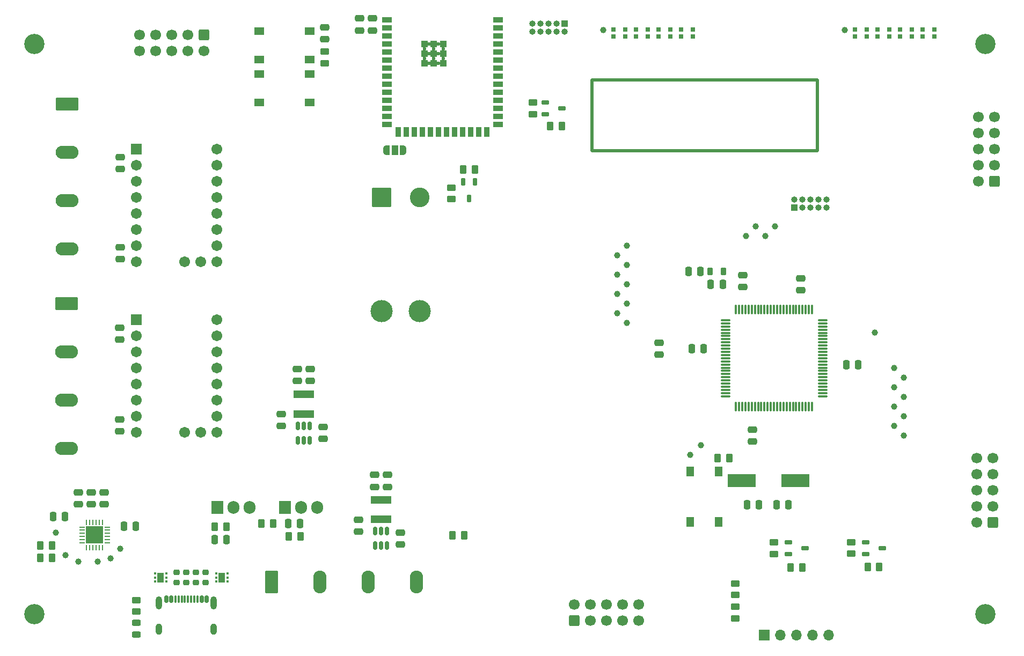
<source format=gbr>
%TF.GenerationSoftware,KiCad,Pcbnew,8.0.2*%
%TF.CreationDate,2024-05-15T16:38:57+02:00*%
%TF.ProjectId,Automatischer-Kabelschneider,4175746f-6d61-4746-9973-636865722d4b,1.0*%
%TF.SameCoordinates,Original*%
%TF.FileFunction,Soldermask,Top*%
%TF.FilePolarity,Negative*%
%FSLAX46Y46*%
G04 Gerber Fmt 4.6, Leading zero omitted, Abs format (unit mm)*
G04 Created by KiCad (PCBNEW 8.0.2) date 2024-05-15 16:38:57*
%MOMM*%
%LPD*%
G01*
G04 APERTURE LIST*
G04 Aperture macros list*
%AMRoundRect*
0 Rectangle with rounded corners*
0 $1 Rounding radius*
0 $2 $3 $4 $5 $6 $7 $8 $9 X,Y pos of 4 corners*
0 Add a 4 corners polygon primitive as box body*
4,1,4,$2,$3,$4,$5,$6,$7,$8,$9,$2,$3,0*
0 Add four circle primitives for the rounded corners*
1,1,$1+$1,$2,$3*
1,1,$1+$1,$4,$5*
1,1,$1+$1,$6,$7*
1,1,$1+$1,$8,$9*
0 Add four rect primitives between the rounded corners*
20,1,$1+$1,$2,$3,$4,$5,0*
20,1,$1+$1,$4,$5,$6,$7,0*
20,1,$1+$1,$6,$7,$8,$9,0*
20,1,$1+$1,$8,$9,$2,$3,0*%
%AMFreePoly0*
4,1,19,0.550000,-0.750000,0.000000,-0.750000,0.000000,-0.744911,-0.071157,-0.744911,-0.207708,-0.704816,-0.327430,-0.627875,-0.420627,-0.520320,-0.479746,-0.390866,-0.500000,-0.250000,-0.500000,0.250000,-0.479746,0.390866,-0.420627,0.520320,-0.327430,0.627875,-0.207708,0.704816,-0.071157,0.744911,0.000000,0.744911,0.000000,0.750000,0.550000,0.750000,0.550000,-0.750000,0.550000,-0.750000,
$1*%
%AMFreePoly1*
4,1,19,0.000000,0.744911,0.071157,0.744911,0.207708,0.704816,0.327430,0.627875,0.420627,0.520320,0.479746,0.390866,0.500000,0.250000,0.500000,-0.250000,0.479746,-0.390866,0.420627,-0.520320,0.327430,-0.627875,0.207708,-0.704816,0.071157,-0.744911,0.000000,-0.744911,0.000000,-0.750000,-0.550000,-0.750000,-0.550000,0.750000,0.000000,0.750000,0.000000,0.744911,0.000000,0.744911,
$1*%
G04 Aperture macros list end*
%ADD10C,0.500000*%
%ADD11RoundRect,0.250000X0.450000X-0.262500X0.450000X0.262500X-0.450000X0.262500X-0.450000X-0.262500X0*%
%ADD12RoundRect,0.250000X0.475000X-0.250000X0.475000X0.250000X-0.475000X0.250000X-0.475000X-0.250000X0*%
%ADD13C,1.000000*%
%ADD14R,1.905000X2.000000*%
%ADD15O,1.905000X2.000000*%
%ADD16R,0.700000X0.700000*%
%ADD17RoundRect,0.250000X-0.262500X-0.450000X0.262500X-0.450000X0.262500X0.450000X-0.262500X0.450000X0*%
%ADD18R,4.500000X2.000000*%
%ADD19RoundRect,0.250000X0.250000X0.475000X-0.250000X0.475000X-0.250000X-0.475000X0.250000X-0.475000X0*%
%ADD20C,3.500000*%
%ADD21RoundRect,0.249999X-1.300001X-1.300001X1.300001X-1.300001X1.300001X1.300001X-1.300001X1.300001X0*%
%ADD22C,3.100000*%
%ADD23RoundRect,0.150000X0.150000X-0.512500X0.150000X0.512500X-0.150000X0.512500X-0.150000X-0.512500X0*%
%ADD24RoundRect,0.102000X-0.754000X-0.754000X0.754000X-0.754000X0.754000X0.754000X-0.754000X0.754000X0*%
%ADD25C,1.712000*%
%ADD26RoundRect,0.243750X0.456250X-0.243750X0.456250X0.243750X-0.456250X0.243750X-0.456250X-0.243750X0*%
%ADD27RoundRect,0.250000X0.262500X0.450000X-0.262500X0.450000X-0.262500X-0.450000X0.262500X-0.450000X0*%
%ADD28RoundRect,0.250000X-0.250000X-0.475000X0.250000X-0.475000X0.250000X0.475000X-0.250000X0.475000X0*%
%ADD29R,3.300000X1.200000*%
%ADD30RoundRect,0.250000X-0.475000X0.250000X-0.475000X-0.250000X0.475000X-0.250000X0.475000X0.250000X0*%
%ADD31RoundRect,0.250000X0.600000X-0.600000X0.600000X0.600000X-0.600000X0.600000X-0.600000X-0.600000X0*%
%ADD32C,1.700000*%
%ADD33RoundRect,0.218750X-0.256250X0.218750X-0.256250X-0.218750X0.256250X-0.218750X0.256250X0.218750X0*%
%ADD34R,1.550000X1.300000*%
%ADD35RoundRect,0.093750X-0.093750X-0.106250X0.093750X-0.106250X0.093750X0.106250X-0.093750X0.106250X0*%
%ADD36R,1.000000X1.600000*%
%ADD37RoundRect,0.162500X-0.447500X-0.162500X0.447500X-0.162500X0.447500X0.162500X-0.447500X0.162500X0*%
%ADD38RoundRect,0.218750X-0.218750X-0.381250X0.218750X-0.381250X0.218750X0.381250X-0.218750X0.381250X0*%
%ADD39C,3.200000*%
%ADD40RoundRect,0.150000X-0.150000X-0.425000X0.150000X-0.425000X0.150000X0.425000X-0.150000X0.425000X0*%
%ADD41RoundRect,0.075000X-0.075000X-0.500000X0.075000X-0.500000X0.075000X0.500000X-0.075000X0.500000X0*%
%ADD42O,1.000000X2.100000*%
%ADD43O,1.000000X1.800000*%
%ADD44R,1.500000X0.900000*%
%ADD45R,0.900000X1.500000*%
%ADD46R,1.000000X1.000000*%
%ADD47C,0.600000*%
%ADD48RoundRect,0.250000X-0.600000X0.600000X-0.600000X-0.600000X0.600000X-0.600000X0.600000X0.600000X0*%
%ADD49RoundRect,0.093750X0.093750X0.106250X-0.093750X0.106250X-0.093750X-0.106250X0.093750X-0.106250X0*%
%ADD50R,1.300000X1.550000*%
%ADD51O,1.000000X1.000000*%
%ADD52RoundRect,0.250001X-1.549999X0.799999X-1.549999X-0.799999X1.549999X-0.799999X1.549999X0.799999X0*%
%ADD53O,3.600000X2.100000*%
%ADD54R,1.700000X1.700000*%
%ADD55O,1.700000X1.700000*%
%ADD56RoundRect,0.162500X-0.162500X0.447500X-0.162500X-0.447500X0.162500X-0.447500X0.162500X0.447500X0*%
%ADD57RoundRect,0.075000X-0.662500X-0.075000X0.662500X-0.075000X0.662500X0.075000X-0.662500X0.075000X0*%
%ADD58RoundRect,0.075000X-0.075000X-0.662500X0.075000X-0.662500X0.075000X0.662500X-0.075000X0.662500X0*%
%ADD59FreePoly0,0.000000*%
%ADD60R,1.000000X1.500000*%
%ADD61FreePoly1,0.000000*%
%ADD62RoundRect,0.250000X0.600000X0.600000X-0.600000X0.600000X-0.600000X-0.600000X0.600000X-0.600000X0*%
%ADD63RoundRect,0.250001X-0.799999X-1.549999X0.799999X-1.549999X0.799999X1.549999X-0.799999X1.549999X0*%
%ADD64O,2.100000X3.600000*%
%ADD65RoundRect,0.062500X-0.337500X-0.062500X0.337500X-0.062500X0.337500X0.062500X-0.337500X0.062500X0*%
%ADD66RoundRect,0.062500X-0.062500X-0.337500X0.062500X-0.337500X0.062500X0.337500X-0.062500X0.337500X0*%
%ADD67R,2.750000X2.750000*%
G04 APERTURE END LIST*
D10*
X162052000Y-61468000D02*
X197612000Y-61468000D01*
X197612000Y-72644000D01*
X162052000Y-72644000D01*
X162052000Y-61468000D01*
D11*
%TO.C,R14*%
X190757534Y-136274034D03*
X190757534Y-134449034D03*
%TD*%
D12*
%TO.C,C30*%
X194991034Y-94655534D03*
X194991034Y-92755534D03*
%TD*%
D13*
%TO.C,TP13*%
X163833534Y-53573534D03*
%TD*%
D14*
%TO.C,Q2*%
X113620909Y-128966453D03*
D15*
X116160909Y-128966453D03*
X118700909Y-128966453D03*
%TD*%
D11*
%TO.C,R18*%
X202900534Y-136241034D03*
X202900534Y-134416034D03*
%TD*%
D16*
%TO.C,D6*%
X176126534Y-53531534D03*
X176126534Y-54631534D03*
X177956534Y-54631534D03*
X177956534Y-53531534D03*
%TD*%
D17*
%TO.C,R8*%
X141726500Y-75568000D03*
X143551500Y-75568000D03*
%TD*%
D18*
%TO.C,Y1*%
X185661034Y-124693534D03*
X194161034Y-124693534D03*
%TD*%
D19*
%TO.C,C26*%
X188402000Y-128524000D03*
X186502000Y-128524000D03*
%TD*%
D20*
%TO.C,J4*%
X128829534Y-97989534D03*
X134829534Y-97989534D03*
D21*
X128829534Y-79989534D03*
D22*
X134829534Y-79989534D03*
%TD*%
D12*
%TO.C,C5*%
X80999909Y-128472000D03*
X80999909Y-126572000D03*
%TD*%
D11*
%TO.C,R16*%
X184661534Y-142774534D03*
X184661534Y-140949534D03*
%TD*%
D12*
%TO.C,C19*%
X87597534Y-75516534D03*
X87597534Y-73616534D03*
%TD*%
D23*
%TO.C,U4*%
X115639534Y-118332534D03*
X116589534Y-118332534D03*
X117539534Y-118332534D03*
X117539534Y-116057534D03*
X116589534Y-116057534D03*
X115639534Y-116057534D03*
%TD*%
D13*
%TO.C,TP17*%
X209723034Y-113009534D03*
%TD*%
D24*
%TO.C,U8*%
X90173534Y-99293534D03*
D25*
X90173534Y-101833534D03*
X90173534Y-104373534D03*
X90173534Y-106913534D03*
X90173534Y-109453534D03*
X90173534Y-111993534D03*
X90173534Y-114533534D03*
X90173534Y-117073534D03*
X102873534Y-99293534D03*
X102873534Y-101833534D03*
X102873534Y-104373534D03*
X102873534Y-106913534D03*
X102873534Y-109453534D03*
X102873534Y-111993534D03*
X102873534Y-114533534D03*
X102873534Y-117073534D03*
X97793534Y-117073534D03*
X100333534Y-117073534D03*
%TD*%
D26*
%TO.C,D1*%
X90186909Y-149032453D03*
X90186909Y-147157453D03*
%TD*%
D27*
%TO.C,R19*%
X207369034Y-138376534D03*
X205544034Y-138376534D03*
%TD*%
D28*
%TO.C,C4*%
X88177909Y-131878453D03*
X90077909Y-131878453D03*
%TD*%
D29*
%TO.C,L1*%
X116589534Y-114173034D03*
X116589534Y-111073034D03*
%TD*%
D13*
%TO.C,TP3*%
X86079909Y-136958453D03*
%TD*%
%TO.C,TP36*%
X190927034Y-84561534D03*
%TD*%
D30*
%TO.C,C8*%
X113033534Y-114213034D03*
X113033534Y-116113034D03*
%TD*%
D19*
%TO.C,C29*%
X179685034Y-103865534D03*
X177785034Y-103865534D03*
%TD*%
D17*
%TO.C,R1*%
X75007409Y-134926453D03*
X76832409Y-134926453D03*
%TD*%
D19*
%TO.C,C2*%
X116028909Y-131506453D03*
X114128909Y-131506453D03*
%TD*%
D31*
%TO.C,J9*%
X159261534Y-146782034D03*
D32*
X159261534Y-144242034D03*
X161801534Y-146782034D03*
X161801534Y-144242034D03*
X164341534Y-146782034D03*
X164341534Y-144242034D03*
X166881534Y-146782034D03*
X166881534Y-144242034D03*
X169421534Y-146782034D03*
X169421534Y-144242034D03*
%TD*%
D27*
%TO.C,R11*%
X157301500Y-68744500D03*
X155476500Y-68744500D03*
%TD*%
D16*
%TO.C,D11*%
X210670534Y-53531534D03*
X210670534Y-54631534D03*
X212500534Y-54631534D03*
X212500534Y-53531534D03*
%TD*%
D12*
%TO.C,C14*%
X127765534Y-125709534D03*
X127765534Y-123809534D03*
%TD*%
D13*
%TO.C,TP5*%
X77443909Y-132894453D03*
%TD*%
%TO.C,TP21*%
X209723034Y-106913534D03*
%TD*%
D33*
%TO.C,D4*%
X98072909Y-139224953D03*
X98072909Y-140799953D03*
%TD*%
D34*
%TO.C,SW2*%
X109521000Y-60502000D03*
X117471000Y-60502000D03*
X109521000Y-65002000D03*
X117471000Y-65002000D03*
%TD*%
D33*
%TO.C,D2*%
X96548909Y-139224953D03*
X96548909Y-140799953D03*
%TD*%
D35*
%TO.C,U2*%
X93121409Y-139362453D03*
X93121409Y-140012453D03*
X93121409Y-140662453D03*
X94896409Y-140662453D03*
X94896409Y-140012453D03*
X94896409Y-139362453D03*
D36*
X94008909Y-140012453D03*
%TD*%
D37*
%TO.C,Q6*%
X205195534Y-134411534D03*
X205195534Y-136311534D03*
X207815534Y-135361534D03*
%TD*%
D13*
%TO.C,TP27*%
X167559034Y-96753534D03*
%TD*%
D37*
%TO.C,Q5*%
X193003534Y-134411534D03*
X193003534Y-136311534D03*
X195623534Y-135361534D03*
%TD*%
D16*
%TO.C,D12*%
X207114534Y-53531534D03*
X207114534Y-54631534D03*
X208944534Y-54631534D03*
X208944534Y-53531534D03*
%TD*%
D13*
%TO.C,TP31*%
X201933534Y-53561534D03*
%TD*%
D16*
%TO.C,D8*%
X169014534Y-53531534D03*
X169014534Y-54631534D03*
X170844534Y-54631534D03*
X170844534Y-53531534D03*
%TD*%
D38*
%TO.C,L3*%
X180654534Y-91673534D03*
X182779534Y-91673534D03*
%TD*%
D12*
%TO.C,C20*%
X87597534Y-89740534D03*
X87597534Y-87840534D03*
%TD*%
D14*
%TO.C,Q1*%
X102952909Y-128966453D03*
D15*
X105492909Y-128966453D03*
X108032909Y-128966453D03*
%TD*%
D19*
%TO.C,C24*%
X182667034Y-93705534D03*
X180767034Y-93705534D03*
%TD*%
D12*
%TO.C,C22*%
X87574534Y-116935534D03*
X87574534Y-115035534D03*
%TD*%
%TO.C,C6*%
X83031909Y-128472000D03*
X83031909Y-126572000D03*
%TD*%
%TO.C,C21*%
X87574534Y-102457534D03*
X87574534Y-100557534D03*
%TD*%
D16*
%TO.C,D9*%
X165458534Y-53531534D03*
X165458534Y-54631534D03*
X167288534Y-54631534D03*
X167288534Y-53531534D03*
%TD*%
D39*
%TO.C,H2*%
X224108000Y-55796000D03*
%TD*%
D11*
%TO.C,R9*%
X139845000Y-80290500D03*
X139845000Y-78465500D03*
%TD*%
D13*
%TO.C,TP18*%
X211247034Y-111485534D03*
%TD*%
D40*
%TO.C,J1*%
X94872909Y-143444453D03*
X95672909Y-143444453D03*
D41*
X96822909Y-143444453D03*
X97822909Y-143444453D03*
X98322909Y-143444453D03*
X99322909Y-143444453D03*
D40*
X100472909Y-143444453D03*
X101272909Y-143444453D03*
X101272909Y-143444453D03*
X100472909Y-143444453D03*
D41*
X99822909Y-143444453D03*
X98822909Y-143444453D03*
X97322909Y-143444453D03*
X96322909Y-143444453D03*
D40*
X95672909Y-143444453D03*
X94872909Y-143444453D03*
D42*
X93752909Y-144019453D03*
D43*
X93752909Y-148199453D03*
D42*
X102392909Y-144019453D03*
D43*
X102392909Y-148199453D03*
%TD*%
D12*
%TO.C,C16*%
X125367000Y-53658000D03*
X125367000Y-51758000D03*
%TD*%
D23*
%TO.C,U5*%
X127831534Y-134975034D03*
X128781534Y-134975034D03*
X129731534Y-134975034D03*
X129731534Y-132700034D03*
X128781534Y-132700034D03*
X127831534Y-132700034D03*
%TD*%
D12*
%TO.C,C11*%
X117605534Y-109001034D03*
X117605534Y-107101034D03*
%TD*%
D13*
%TO.C,TP26*%
X166035034Y-95229534D03*
%TD*%
%TO.C,TP29*%
X167559034Y-99801534D03*
%TD*%
D33*
%TO.C,D5*%
X99596909Y-139224953D03*
X99596909Y-140799953D03*
%TD*%
D44*
%TO.C,U7*%
X129718000Y-51946000D03*
X129718000Y-53216000D03*
X129718000Y-54486000D03*
X129718000Y-55756000D03*
X129718000Y-57026000D03*
X129718000Y-58296000D03*
X129718000Y-59566000D03*
X129718000Y-60836000D03*
X129718000Y-62106000D03*
X129718000Y-63376000D03*
X129718000Y-64646000D03*
X129718000Y-65916000D03*
X129718000Y-67186000D03*
X129718000Y-68456000D03*
D45*
X131483000Y-69706000D03*
X132753000Y-69706000D03*
X134023000Y-69706000D03*
X135293000Y-69706000D03*
X136563000Y-69706000D03*
X137833000Y-69706000D03*
X139103000Y-69706000D03*
X140373000Y-69706000D03*
X141643000Y-69706000D03*
X142913000Y-69706000D03*
X144183000Y-69706000D03*
X145453000Y-69706000D03*
D44*
X147218000Y-68456000D03*
X147218000Y-67186000D03*
X147218000Y-65916000D03*
X147218000Y-64646000D03*
X147218000Y-63376000D03*
X147218000Y-62106000D03*
X147218000Y-60836000D03*
X147218000Y-59566000D03*
X147218000Y-58296000D03*
X147218000Y-57026000D03*
X147218000Y-55756000D03*
X147218000Y-54486000D03*
X147218000Y-53216000D03*
X147218000Y-51946000D03*
D46*
X135608000Y-55796000D03*
D47*
X135608000Y-56546000D03*
D46*
X135608000Y-57296000D03*
D47*
X135608000Y-58046000D03*
D46*
X135608000Y-58796000D03*
D47*
X136358000Y-55796000D03*
X136358000Y-57296000D03*
X136358000Y-58796000D03*
D46*
X137108000Y-55796000D03*
D47*
X137108000Y-56546000D03*
D46*
X137108000Y-57296000D03*
D47*
X137108000Y-58046000D03*
D46*
X137108000Y-58796000D03*
D47*
X137858000Y-55796000D03*
X137858000Y-57296000D03*
X137858000Y-58796000D03*
D46*
X138608000Y-55796000D03*
D47*
X138608000Y-56546000D03*
D46*
X138608000Y-57296000D03*
D47*
X138608000Y-58046000D03*
D46*
X138608000Y-58796000D03*
%TD*%
D48*
%TO.C,J5*%
X100841534Y-54345034D03*
D32*
X100841534Y-56885034D03*
X98301534Y-54345034D03*
X98301534Y-56885034D03*
X95761534Y-54345034D03*
X95761534Y-56885034D03*
X93221534Y-54345034D03*
X93221534Y-56885034D03*
X90681534Y-54345034D03*
X90681534Y-56885034D03*
%TD*%
D17*
%TO.C,R12*%
X181886534Y-121137534D03*
X183711534Y-121137534D03*
%TD*%
D13*
%TO.C,TP20*%
X211247034Y-108437534D03*
%TD*%
%TO.C,TP34*%
X189403034Y-86085534D03*
%TD*%
D16*
%TO.C,D7*%
X172570534Y-53531534D03*
X172570534Y-54631534D03*
X174400534Y-54631534D03*
X174400534Y-53531534D03*
%TD*%
D30*
%TO.C,C32*%
X187371034Y-116631534D03*
X187371034Y-118531534D03*
%TD*%
D49*
%TO.C,U1*%
X104548409Y-140662453D03*
X104548409Y-140012453D03*
X104548409Y-139362453D03*
X102773409Y-139362453D03*
X102773409Y-140012453D03*
X102773409Y-140662453D03*
D36*
X103660909Y-140012453D03*
%TD*%
D39*
%TO.C,H3*%
X74108000Y-145796000D03*
%TD*%
D12*
%TO.C,C7*%
X85063909Y-128472000D03*
X85063909Y-126572000D03*
%TD*%
D30*
%TO.C,C28*%
X172639034Y-102915534D03*
X172639034Y-104815534D03*
%TD*%
D50*
%TO.C,SW3*%
X177570763Y-131208534D03*
X177570763Y-123258534D03*
X182070763Y-131208534D03*
X182070763Y-123258534D03*
%TD*%
D11*
%TO.C,R7*%
X119846000Y-58838500D03*
X119846000Y-57013500D03*
%TD*%
D13*
%TO.C,TP23*%
X167559034Y-90657534D03*
%TD*%
%TO.C,TP2*%
X87603909Y-135434453D03*
%TD*%
D12*
%TO.C,C18*%
X119846000Y-55066000D03*
X119846000Y-53166000D03*
%TD*%
D16*
%TO.C,D13*%
X203558534Y-53531534D03*
X203558534Y-54631534D03*
X205388534Y-54631534D03*
X205388534Y-53531534D03*
%TD*%
D13*
%TO.C,TP38*%
X167559034Y-87609534D03*
%TD*%
%TO.C,TP4*%
X78967909Y-136450453D03*
%TD*%
%TO.C,TP24*%
X166035034Y-92181534D03*
%TD*%
D12*
%TO.C,C27*%
X185847034Y-94147534D03*
X185847034Y-92247534D03*
%TD*%
D29*
%TO.C,L2*%
X128781534Y-130815534D03*
X128781534Y-127715534D03*
%TD*%
D17*
%TO.C,R3*%
X109914409Y-131506453D03*
X111739409Y-131506453D03*
%TD*%
D46*
%TO.C,J7*%
X157737534Y-52557534D03*
D51*
X157737534Y-53827534D03*
X156467534Y-52557534D03*
X156467534Y-53827534D03*
X155197534Y-52557534D03*
X155197534Y-53827534D03*
X153927534Y-52557534D03*
X153927534Y-53827534D03*
X152657534Y-52557534D03*
X152657534Y-53827534D03*
%TD*%
D13*
%TO.C,TP30*%
X186355034Y-86085534D03*
%TD*%
D46*
%TO.C,J11*%
X193975034Y-81630534D03*
D51*
X193975034Y-80360534D03*
X195245034Y-81630534D03*
X195245034Y-80360534D03*
X196515034Y-81630534D03*
X196515034Y-80360534D03*
X197785034Y-81630534D03*
X197785034Y-80360534D03*
X199055034Y-81630534D03*
X199055034Y-80360534D03*
%TD*%
D13*
%TO.C,TP25*%
X167559034Y-93705534D03*
%TD*%
%TO.C,TP14*%
X211247034Y-117581534D03*
%TD*%
D28*
%TO.C,C25*%
X191162534Y-128524000D03*
X193062534Y-128524000D03*
%TD*%
D30*
%TO.C,C12*%
X125225534Y-130855534D03*
X125225534Y-132755534D03*
%TD*%
D13*
%TO.C,TP35*%
X177549534Y-120629534D03*
%TD*%
D52*
%TO.C,J3*%
X79206000Y-65292000D03*
D53*
X79206000Y-72912000D03*
X79206000Y-80532000D03*
X79206000Y-88152000D03*
%TD*%
D17*
%TO.C,R13*%
X140061034Y-133329534D03*
X141886034Y-133329534D03*
%TD*%
D13*
%TO.C,TP19*%
X209723034Y-109961534D03*
%TD*%
D54*
%TO.C,J12*%
X189233534Y-149077534D03*
D55*
X191773534Y-149077534D03*
X194313534Y-149077534D03*
X196853534Y-149077534D03*
X199393534Y-149077534D03*
%TD*%
D13*
%TO.C,TP6*%
X80999909Y-137466453D03*
%TD*%
D24*
%TO.C,U6*%
X90173534Y-72369534D03*
D25*
X90173534Y-74909534D03*
X90173534Y-77449534D03*
X90173534Y-79989534D03*
X90173534Y-82529534D03*
X90173534Y-85069534D03*
X90173534Y-87609534D03*
X90173534Y-90149534D03*
X102873534Y-72369534D03*
X102873534Y-74909534D03*
X102873534Y-77449534D03*
X102873534Y-79989534D03*
X102873534Y-82529534D03*
X102873534Y-85069534D03*
X102873534Y-87609534D03*
X102873534Y-90149534D03*
X97793534Y-90149534D03*
X100333534Y-90149534D03*
%TD*%
D11*
%TO.C,R10*%
X152729500Y-66863000D03*
X152729500Y-65038000D03*
%TD*%
D28*
%TO.C,C31*%
X202169034Y-106405534D03*
X204069034Y-106405534D03*
%TD*%
D34*
%TO.C,SW1*%
X109521000Y-53771000D03*
X117471000Y-53771000D03*
X109521000Y-58271000D03*
X117471000Y-58271000D03*
%TD*%
D27*
%TO.C,R2*%
X104373409Y-132014453D03*
X102548409Y-132014453D03*
%TD*%
D56*
%TO.C,Q3*%
X143589000Y-77560000D03*
X141689000Y-77560000D03*
X142639000Y-80180000D03*
%TD*%
D57*
%TO.C,U9*%
X183095034Y-99389534D03*
X183095034Y-99889534D03*
X183095034Y-100389534D03*
X183095034Y-100889534D03*
X183095034Y-101389534D03*
X183095034Y-101889534D03*
X183095034Y-102389534D03*
X183095034Y-102889534D03*
X183095034Y-103389534D03*
X183095034Y-103889534D03*
X183095034Y-104389534D03*
X183095034Y-104889534D03*
X183095034Y-105389534D03*
X183095034Y-105889534D03*
X183095034Y-106389534D03*
X183095034Y-106889534D03*
X183095034Y-107389534D03*
X183095034Y-107889534D03*
X183095034Y-108389534D03*
X183095034Y-108889534D03*
X183095034Y-109389534D03*
X183095034Y-109889534D03*
X183095034Y-110389534D03*
X183095034Y-110889534D03*
X183095034Y-111389534D03*
D58*
X184757534Y-113052034D03*
X185257534Y-113052034D03*
X185757534Y-113052034D03*
X186257534Y-113052034D03*
X186757534Y-113052034D03*
X187257534Y-113052034D03*
X187757534Y-113052034D03*
X188257534Y-113052034D03*
X188757534Y-113052034D03*
X189257534Y-113052034D03*
X189757534Y-113052034D03*
X190257534Y-113052034D03*
X190757534Y-113052034D03*
X191257534Y-113052034D03*
X191757534Y-113052034D03*
X192257534Y-113052034D03*
X192757534Y-113052034D03*
X193257534Y-113052034D03*
X193757534Y-113052034D03*
X194257534Y-113052034D03*
X194757534Y-113052034D03*
X195257534Y-113052034D03*
X195757534Y-113052034D03*
X196257534Y-113052034D03*
X196757534Y-113052034D03*
D57*
X198420034Y-111389534D03*
X198420034Y-110889534D03*
X198420034Y-110389534D03*
X198420034Y-109889534D03*
X198420034Y-109389534D03*
X198420034Y-108889534D03*
X198420034Y-108389534D03*
X198420034Y-107889534D03*
X198420034Y-107389534D03*
X198420034Y-106889534D03*
X198420034Y-106389534D03*
X198420034Y-105889534D03*
X198420034Y-105389534D03*
X198420034Y-104889534D03*
X198420034Y-104389534D03*
X198420034Y-103889534D03*
X198420034Y-103389534D03*
X198420034Y-102889534D03*
X198420034Y-102389534D03*
X198420034Y-101889534D03*
X198420034Y-101389534D03*
X198420034Y-100889534D03*
X198420034Y-100389534D03*
X198420034Y-99889534D03*
X198420034Y-99389534D03*
D58*
X196757534Y-97727034D03*
X196257534Y-97727034D03*
X195757534Y-97727034D03*
X195257534Y-97727034D03*
X194757534Y-97727034D03*
X194257534Y-97727034D03*
X193757534Y-97727034D03*
X193257534Y-97727034D03*
X192757534Y-97727034D03*
X192257534Y-97727034D03*
X191757534Y-97727034D03*
X191257534Y-97727034D03*
X190757534Y-97727034D03*
X190257534Y-97727034D03*
X189757534Y-97727034D03*
X189257534Y-97727034D03*
X188757534Y-97727034D03*
X188257534Y-97727034D03*
X187757534Y-97727034D03*
X187257534Y-97727034D03*
X186757534Y-97727034D03*
X186257534Y-97727034D03*
X185757534Y-97727034D03*
X185257534Y-97727034D03*
X184757534Y-97727034D03*
%TD*%
D59*
%TO.C,JP1*%
X129655000Y-72520000D03*
D60*
X130955000Y-72520000D03*
D61*
X132255000Y-72520000D03*
%TD*%
D12*
%TO.C,C15*%
X129797534Y-125709534D03*
X129797534Y-123809534D03*
%TD*%
D17*
%TO.C,R5*%
X114232409Y-133538453D03*
X116057409Y-133538453D03*
%TD*%
D52*
%TO.C,J6*%
X79173500Y-96788000D03*
D53*
X79173500Y-104408000D03*
X79173500Y-112028000D03*
X79173500Y-119648000D03*
%TD*%
D12*
%TO.C,C17*%
X127399000Y-53658000D03*
X127399000Y-51758000D03*
%TD*%
D13*
%TO.C,TP16*%
X211247034Y-114533534D03*
%TD*%
D39*
%TO.C,H4*%
X224108000Y-145796000D03*
%TD*%
D19*
%TO.C,C23*%
X179177034Y-91673534D03*
X177277034Y-91673534D03*
%TD*%
D13*
%TO.C,TP33*%
X206675034Y-101325534D03*
%TD*%
D16*
%TO.C,D10*%
X214226534Y-53531534D03*
X214226534Y-54631534D03*
X216056534Y-54631534D03*
X216056534Y-53531534D03*
%TD*%
D13*
%TO.C,TP37*%
X179243034Y-119105534D03*
%TD*%
D19*
%TO.C,C3*%
X78901909Y-130354453D03*
X77001909Y-130354453D03*
%TD*%
D12*
%TO.C,C9*%
X119637534Y-118145034D03*
X119637534Y-116245034D03*
%TD*%
D39*
%TO.C,H1*%
X74108000Y-55796000D03*
%TD*%
D19*
%TO.C,C1*%
X104410909Y-134046453D03*
X102510909Y-134046453D03*
%TD*%
D27*
%TO.C,R15*%
X195226034Y-138409534D03*
X193401034Y-138409534D03*
%TD*%
D33*
%TO.C,D3*%
X101120909Y-139224953D03*
X101120909Y-140799953D03*
%TD*%
D13*
%TO.C,TP32*%
X187879034Y-84561534D03*
%TD*%
%TO.C,TP1*%
X84047909Y-137466453D03*
%TD*%
D62*
%TO.C,J10*%
X225301534Y-131297534D03*
D32*
X222761534Y-131297534D03*
X225301534Y-128757534D03*
X222761534Y-128757534D03*
X225301534Y-126217534D03*
X222761534Y-126217534D03*
X225301534Y-123677534D03*
X222761534Y-123677534D03*
X225301534Y-121137534D03*
X222761534Y-121137534D03*
%TD*%
D27*
%TO.C,R4*%
X76832409Y-136860453D03*
X75007409Y-136860453D03*
%TD*%
D11*
%TO.C,R17*%
X184661534Y-146434034D03*
X184661534Y-144609034D03*
%TD*%
D12*
%TO.C,C10*%
X115573534Y-109001034D03*
X115573534Y-107101034D03*
%TD*%
D63*
%TO.C,J2*%
X111509534Y-140695534D03*
D64*
X119129534Y-140695534D03*
X126749534Y-140695534D03*
X134369534Y-140695534D03*
%TD*%
D13*
%TO.C,TP28*%
X166035034Y-98277534D03*
%TD*%
D65*
%TO.C,U3*%
X81607909Y-132034453D03*
X81607909Y-132534453D03*
X81607909Y-133034453D03*
X81607909Y-133534453D03*
X81607909Y-134034453D03*
X81607909Y-134534453D03*
D66*
X82332909Y-135259453D03*
X82832909Y-135259453D03*
X83332909Y-135259453D03*
X83832909Y-135259453D03*
X84332909Y-135259453D03*
X84832909Y-135259453D03*
D65*
X85557909Y-134534453D03*
X85557909Y-134034453D03*
X85557909Y-133534453D03*
X85557909Y-133034453D03*
X85557909Y-132534453D03*
X85557909Y-132034453D03*
D66*
X84832909Y-131309453D03*
X84332909Y-131309453D03*
X83832909Y-131309453D03*
X83332909Y-131309453D03*
X82832909Y-131309453D03*
X82332909Y-131309453D03*
D67*
X83582909Y-133284453D03*
%TD*%
D13*
%TO.C,TP22*%
X166035034Y-89133534D03*
%TD*%
%TO.C,TP15*%
X209723034Y-116057534D03*
%TD*%
D62*
%TO.C,J8*%
X225546034Y-77449534D03*
D32*
X223006034Y-77449534D03*
X225546034Y-74909534D03*
X223006034Y-74909534D03*
X225546034Y-72369534D03*
X223006034Y-72369534D03*
X225546034Y-69829534D03*
X223006034Y-69829534D03*
X225546034Y-67289534D03*
X223006034Y-67289534D03*
%TD*%
D11*
%TO.C,R6*%
X90186909Y-145372953D03*
X90186909Y-143547953D03*
%TD*%
D12*
%TO.C,C13*%
X131829534Y-134787534D03*
X131829534Y-132887534D03*
%TD*%
D37*
%TO.C,Q4*%
X154681500Y-65000500D03*
X154681500Y-66900500D03*
X157301500Y-65950500D03*
%TD*%
M02*

</source>
